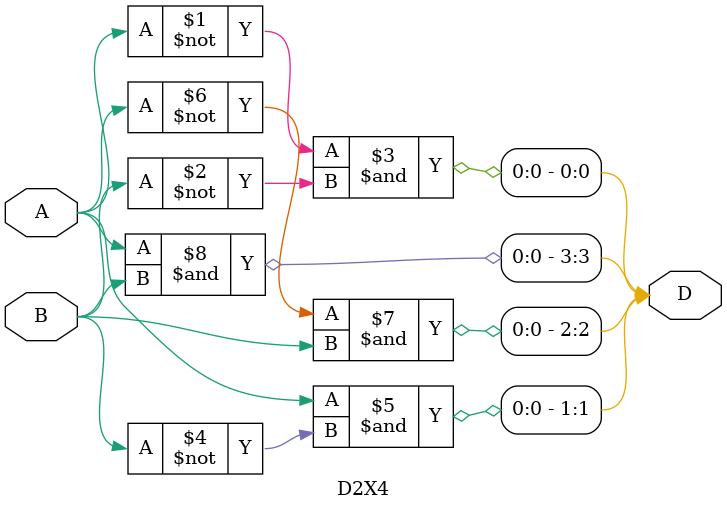
<source format=v>
`timescale 1ns / 1ps
module D2X4(A,B,D);
input A,B;
output [3:0] D;  
assign D[0]=~A&(~B);
assign D[1]=A&(~B);
assign D[2]=~A&B;
assign D[3]=A&B;
endmodule

</source>
